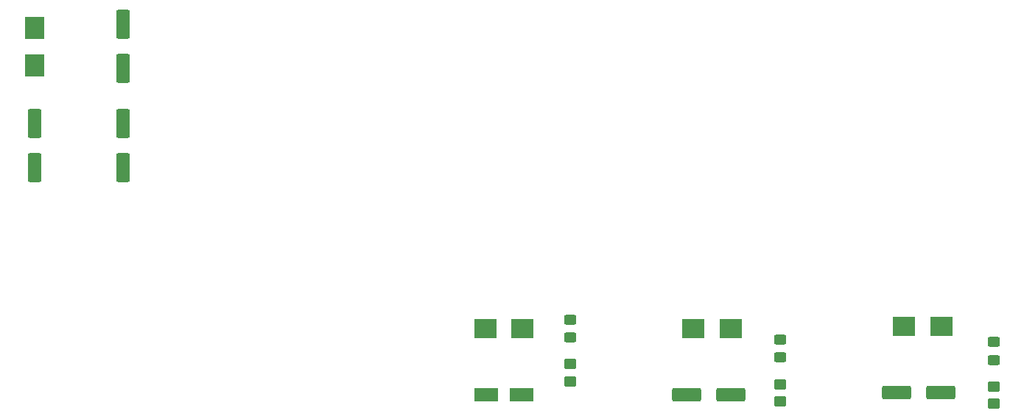
<source format=gbr>
G04 #@! TF.GenerationSoftware,KiCad,Pcbnew,6.0.2-378541a8eb~116~ubuntu18.04.1*
G04 #@! TF.CreationDate,2022-02-21T15:42:04+08:00*
G04 #@! TF.ProjectId,XT60_CAN,58543630-5f43-4414-9e2e-6b696361645f,rev?*
G04 #@! TF.SameCoordinates,Original*
G04 #@! TF.FileFunction,Paste,Top*
G04 #@! TF.FilePolarity,Positive*
%FSLAX46Y46*%
G04 Gerber Fmt 4.6, Leading zero omitted, Abs format (unit mm)*
G04 Created by KiCad (PCBNEW 6.0.2-378541a8eb~116~ubuntu18.04.1) date 2022-02-21 15:42:04*
%MOMM*%
%LPD*%
G01*
G04 APERTURE LIST*
G04 Aperture macros list*
%AMRoundRect*
0 Rectangle with rounded corners*
0 $1 Rounding radius*
0 $2 $3 $4 $5 $6 $7 $8 $9 X,Y pos of 4 corners*
0 Add a 4 corners polygon primitive as box body*
4,1,4,$2,$3,$4,$5,$6,$7,$8,$9,$2,$3,0*
0 Add four circle primitives for the rounded corners*
1,1,$1+$1,$2,$3*
1,1,$1+$1,$4,$5*
1,1,$1+$1,$6,$7*
1,1,$1+$1,$8,$9*
0 Add four rect primitives between the rounded corners*
20,1,$1+$1,$2,$3,$4,$5,0*
20,1,$1+$1,$4,$5,$6,$7,0*
20,1,$1+$1,$6,$7,$8,$9,0*
20,1,$1+$1,$8,$9,$2,$3,0*%
G04 Aperture macros list end*
%ADD10RoundRect,0.250000X-0.550000X1.412500X-0.550000X-1.412500X0.550000X-1.412500X0.550000X1.412500X0*%
%ADD11RoundRect,0.250000X0.550000X-1.412500X0.550000X1.412500X-0.550000X1.412500X-0.550000X-1.412500X0*%
%ADD12RoundRect,0.250000X-1.412500X-0.550000X1.412500X-0.550000X1.412500X0.550000X-1.412500X0.550000X0*%
%ADD13R,2.500000X2.300000*%
%ADD14R,2.300000X2.500000*%
%ADD15RoundRect,0.250000X-0.450000X0.325000X-0.450000X-0.325000X0.450000X-0.325000X0.450000X0.325000X0*%
%ADD16RoundRect,0.250000X0.450000X-0.350000X0.450000X0.350000X-0.450000X0.350000X-0.450000X-0.350000X0*%
%ADD17RoundRect,0.250000X-1.137500X-0.550000X1.137500X-0.550000X1.137500X0.550000X-1.137500X0.550000X0*%
G04 APERTURE END LIST*
D10*
X87886500Y-37594500D03*
X87886500Y-42669500D03*
D11*
X87886500Y-31239500D03*
X87886500Y-26164500D03*
D12*
X152656500Y-68834000D03*
X157731500Y-68834000D03*
D13*
X181982000Y-60960000D03*
X177682000Y-60960000D03*
D14*
X77726500Y-26552000D03*
X77726500Y-30852000D03*
D13*
X157734000Y-61214000D03*
X153434000Y-61214000D03*
D15*
X139310000Y-60180250D03*
X139310000Y-62230250D03*
D13*
X133840000Y-61205250D03*
X129540000Y-61205250D03*
D12*
X176786500Y-68580000D03*
X181861500Y-68580000D03*
D10*
X77726500Y-37594500D03*
X77726500Y-42669500D03*
D15*
X187957500Y-62745000D03*
X187957500Y-64795000D03*
X163455500Y-62475000D03*
X163455500Y-64525000D03*
D16*
X187957500Y-69850000D03*
X187957500Y-67850000D03*
X139310000Y-67285250D03*
X139310000Y-65285250D03*
X163455500Y-69580000D03*
X163455500Y-67580000D03*
D17*
X129627500Y-68825250D03*
X133752500Y-68825250D03*
M02*

</source>
